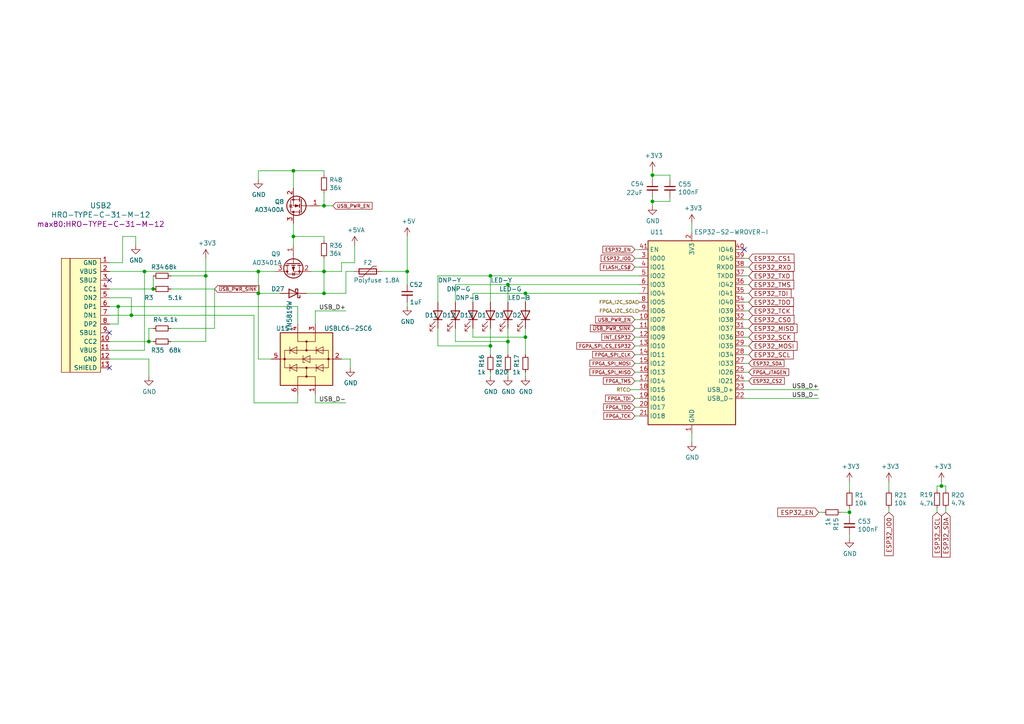
<source format=kicad_sch>
(kicad_sch (version 20211123) (generator eeschema)
  (paper "A4")
  (title_block (title "MAX80") (date "2021-02-22") (rev "0.01") (company "Peter o Per"))
  (lib_symbols
    (symbol "Device:C_Small" (pin_numbers hide) (pin_names (offset 0.254) hide)
      (property "Reference" "C" (at 0.254 1.778 0))
      (property "Value" "Device_C_Small" (at 0.254 -2.032 0))
      (symbol "C_Small_0_1"
        (polyline (pts (xy -1.524 -0.508) (xy 1.524 -0.508)) (stroke (width 0.3302)))
        (polyline (pts (xy -1.524 0.508) (xy 1.524 0.508)) (stroke (width 0.3048)))
      )
      (symbol "C_Small_1_1"
        (pin passive line (at 0 2.54 270) (length 2.032) (name "~") (number "1"))
        (pin passive line (at 0 -2.54 90) (length 2.032) (name "~") (number "2"))
      )
    )
    (symbol "Device:D_Schottky" (pin_numbers hide) (pin_names (offset 1.016) hide)
      (property "Reference" "D" (at 0 2.54 0))
      (property "Value" "Device_D_Schottky" (at 0 -2.54 0))
      (symbol "D_Schottky_0_1"
        (polyline (pts (xy 1.27 0) (xy -1.27 0)))
        (polyline (pts (xy 1.27 1.27) (xy 1.27 -1.27) (xy -1.27 0) (xy 1.27 1.27)) (stroke (width 0.254)))
        (polyline (pts (xy -1.905 0.635) (xy -1.905 1.27) (xy -1.27 1.27) (xy -1.27 -1.27) (xy -0.635 -1.27) (xy -0.635 -0.635)) (stroke (width 0.254)))
      )
      (symbol "D_Schottky_1_1"
        (pin passive line (at -3.81 0 0) (length 2.54) (name "K") (number "1"))
        (pin passive line (at 3.81 0 180) (length 2.54) (name "A") (number "2"))
      )
    )
    (symbol "Device:LED" (pin_numbers hide) (pin_names (offset 1.016) hide)
      (property "Reference" "D" (at 0 2.54 0))
      (property "Value" "Device_LED" (at 0 -2.54 0))
      (symbol "LED_0_1"
        (polyline (pts (xy -1.27 -1.27) (xy -1.27 1.27)) (stroke (width 0.254)))
        (polyline (pts (xy -1.27 0) (xy 1.27 0)))
        (polyline (pts (xy 1.27 -1.27) (xy 1.27 1.27) (xy -1.27 0) (xy 1.27 -1.27)) (stroke (width 0.254)))
        (polyline (pts (xy -3.048 -0.762) (xy -4.572 -2.286) (xy -3.81 -2.286) (xy -4.572 -2.286) (xy -4.572 -1.524)))
        (polyline (pts (xy -1.778 -0.762) (xy -3.302 -2.286) (xy -2.54 -2.286) (xy -3.302 -2.286) (xy -3.302 -1.524)))
      )
      (symbol "LED_1_1"
        (pin passive line (at -3.81 0 0) (length 2.54) (name "K") (number "1"))
        (pin passive line (at 3.81 0 180) (length 2.54) (name "A") (number "2"))
      )
    )
    (symbol "Device:Polyfuse" (pin_numbers hide) (pin_names (offset 0))
      (property "Reference" "F" (at -2.54 0 90))
      (property "Value" "Device_Polyfuse" (at 2.54 0 90))
      (symbol "Polyfuse_0_1"
        (rectangle (start -0.762 2.54) (end 0.762 -2.54) (stroke (width 0.254)))
        (polyline (pts (xy 0 2.54) (xy 0 -2.54)))
        (polyline (pts (xy -1.524 2.54) (xy -1.524 1.524) (xy 1.524 -1.524) (xy 1.524 -2.54)))
      )
      (symbol "Polyfuse_1_1"
        (pin passive line (at 0 3.81 270) (length 1.27) (name "~") (number "1"))
        (pin passive line (at 0 -3.81 90) (length 1.27) (name "~") (number "2"))
      )
    )
    (symbol "Device:R_Small" (pin_numbers hide) (pin_names (offset 0.254) hide)
      (property "Reference" "R" (at 0.762 0.508 0))
      (property "Value" "Device_R_Small" (at 0.762 -1.016 0))
      (symbol "R_Small_0_1"
        (rectangle (start -0.762 1.778) (end 0.762 -1.778) (stroke (width 0.2032)))
      )
      (symbol "R_Small_1_1"
        (pin passive line (at 0 2.54 270) (length 0.762) (name "~") (number "1"))
        (pin passive line (at 0 -2.54 90) (length 0.762) (name "~") (number "2"))
      )
    )
    (symbol "Power_Protection:USBLC6-2SC6" (pin_names hide)
      (property "Reference" "U" (at 2.54 8.89 0))
      (property "Value" "Power_Protection_USBLC6-2SC6" (at 2.54 -8.89 0))
      (symbol "USBLC6-2SC6_0_1"
        (rectangle (start -7.62 -7.62) (end 7.62 7.62) (stroke (width 0.254)) (fill (type background)))
        (circle (center -5.08 0) (radius 0.254) (fill (type outline)))
        (circle (center -2.54 0) (radius 0.254) (fill (type outline)))
        (rectangle (start -2.54 6.35) (end 2.54 -6.35))
        (circle (center 0 -6.35) (radius 0.254) (fill (type outline)))
        (polyline (pts (xy -5.08 -2.54) (xy -7.62 -2.54)))
        (polyline (pts (xy -5.08 0) (xy -5.08 -2.54)))
        (polyline (pts (xy -5.08 2.54) (xy -7.62 2.54)))
        (polyline (pts (xy -1.524 -2.794) (xy -3.556 -2.794)))
        (polyline (pts (xy -1.524 4.826) (xy -3.556 4.826)))
        (polyline (pts (xy 0 -7.62) (xy 0 -6.35)))
        (polyline (pts (xy 0 -6.35) (xy 0 1.27)))
        (polyline (pts (xy 0 1.27) (xy 0 6.35)))
        (polyline (pts (xy 0 6.35) (xy 0 7.62)))
        (polyline (pts (xy 1.524 -2.794) (xy 3.556 -2.794)))
        (polyline (pts (xy 1.524 4.826) (xy 3.556 4.826)))
        (polyline (pts (xy 5.08 -2.54) (xy 7.62 -2.54)))
        (polyline (pts (xy 5.08 0) (xy 5.08 -2.54)))
        (polyline (pts (xy 5.08 2.54) (xy 7.62 2.54)))
        (polyline (pts (xy -2.54 0) (xy -5.08 0) (xy -5.08 2.54)))
        (polyline (pts (xy 2.54 0) (xy 5.08 0) (xy 5.08 2.54)))
        (polyline (pts (xy -3.556 -4.826) (xy -1.524 -4.826) (xy -2.54 -2.794) (xy -3.556 -4.826)))
        (polyline (pts (xy -3.556 2.794) (xy -1.524 2.794) (xy -2.54 4.826) (xy -3.556 2.794)))
        (polyline (pts (xy -1.016 -1.016) (xy 1.016 -1.016) (xy 0 1.016) (xy -1.016 -1.016)))
        (polyline (pts (xy 1.016 1.016) (xy 0.762 1.016) (xy -1.016 1.016) (xy -1.016 0.508)))
        (polyline (pts (xy 3.556 -4.826) (xy 1.524 -4.826) (xy 2.54 -2.794) (xy 3.556 -4.826)))
        (polyline (pts (xy 3.556 2.794) (xy 1.524 2.794) (xy 2.54 4.826) (xy 3.556 2.794)))
        (circle (center 0 6.35) (radius 0.254) (fill (type outline)))
        (circle (center 2.54 0) (radius 0.254) (fill (type outline)))
        (circle (center 5.08 0) (radius 0.254) (fill (type outline)))
      )
      (symbol "USBLC6-2SC6_1_1"
        (pin passive line (at -10.16 -2.54 0) (length 2.54) (name "I/O1") (number "1"))
        (pin passive line (at 0 -10.16 90) (length 2.54) (name "GND") (number "2"))
        (pin passive line (at 10.16 -2.54 180) (length 2.54) (name "I/O2") (number "3"))
        (pin passive line (at 10.16 2.54 180) (length 2.54) (name "I/O2") (number "4"))
        (pin passive line (at 0 10.16 270) (length 2.54) (name "VBUS") (number "5"))
        (pin passive line (at -10.16 2.54 0) (length 2.54) (name "I/O1") (number "6"))
      )
    )
    (symbol "RF_Module:ESP32-S2-WROVER-I"
      (property "Reference" "U" (at -12.7 29.21 0))
      (property "Value" "RF_Module_ESP32-S2-WROVER-I" (at 2.54 29.21 0))
      (symbol "ESP32-S2-WROVER-I_0_1"
        (rectangle (start -12.7 27.94) (end 12.7 -25.4) (stroke (width 0.254)) (fill (type background)))
      )
      (symbol "ESP32-S2-WROVER-I_1_1"
        (pin power_in line (at 0 -27.94 90) (length 2.54) (name "GND") (number "1"))
        (pin bidirectional line (at -15.24 5.08 0) (length 2.54) (name "IO07") (number "10"))
        (pin bidirectional line (at -15.24 2.54 0) (length 2.54) (name "IO08") (number "11"))
        (pin bidirectional line (at -15.24 0 0) (length 2.54) (name "IO09") (number "12"))
        (pin bidirectional line (at -15.24 -2.54 0) (length 2.54) (name "IO10") (number "13"))
        (pin bidirectional line (at -15.24 -5.08 0) (length 2.54) (name "IO11") (number "14"))
        (pin bidirectional line (at -15.24 -7.62 0) (length 2.54) (name "IO12") (number "15"))
        (pin bidirectional line (at -15.24 -10.16 0) (length 2.54) (name "IO13") (number "16"))
        (pin bidirectional line (at -15.24 -12.7 0) (length 2.54) (name "IO14") (number "17"))
        (pin bidirectional line (at -15.24 -15.24 0) (length 2.54) (name "IO15") (number "18"))
        (pin bidirectional line (at -15.24 -17.78 0) (length 2.54) (name "IO16") (number "19"))
        (pin power_in line (at 0 30.48 270) (length 2.54) (name "3V3") (number "2"))
        (pin bidirectional line (at -15.24 -20.32 0) (length 2.54) (name "IO17") (number "20"))
        (pin bidirectional line (at -15.24 -22.86 0) (length 2.54) (name "IO18") (number "21"))
        (pin bidirectional line (at 15.24 -17.78 180) (length 2.54) (name "USB_D-") (number "22"))
        (pin bidirectional line (at 15.24 -15.24 180) (length 2.54) (name "USB_D+") (number "23"))
        (pin bidirectional line (at 15.24 -12.7 180) (length 2.54) (name "IO21") (number "24"))
        (pin bidirectional line (at 15.24 -10.16 180) (length 2.54) (name "IO26") (number "25"))
        (pin passive line (at 0 -27.94 90) (length 2.54) hide (name "GND") (number "26"))
        (pin bidirectional line (at 15.24 -7.62 180) (length 2.54) (name "IO33") (number "27"))
        (pin bidirectional line (at 15.24 -5.08 180) (length 2.54) (name "IO34") (number "28"))
        (pin bidirectional line (at 15.24 -2.54 180) (length 2.54) (name "IO35") (number "29"))
        (pin bidirectional line (at -15.24 22.86 0) (length 2.54) (name "IO00") (number "3"))
        (pin bidirectional line (at 15.24 0 180) (length 2.54) (name "IO36") (number "30"))
        (pin bidirectional line (at 15.24 2.54 180) (length 2.54) (name "IO37") (number "31"))
        (pin bidirectional line (at 15.24 5.08 180) (length 2.54) (name "IO38") (number "32"))
        (pin bidirectional line (at 15.24 7.62 180) (length 2.54) (name "IO39") (number "33"))
        (pin bidirectional line (at 15.24 10.16 180) (length 2.54) (name "IO40") (number "34"))
        (pin bidirectional line (at 15.24 12.7 180) (length 2.54) (name "IO41") (number "35"))
        (pin bidirectional line (at 15.24 15.24 180) (length 2.54) (name "IO42") (number "36"))
        (pin bidirectional line (at 15.24 17.78 180) (length 2.54) (name "TXD0") (number "37"))
        (pin bidirectional line (at 15.24 20.32 180) (length 2.54) (name "RXD0") (number "38"))
        (pin bidirectional line (at 15.24 22.86 180) (length 2.54) (name "IO45") (number "39"))
        (pin bidirectional line (at -15.24 20.32 0) (length 2.54) (name "IO01") (number "4"))
        (pin input line (at 15.24 25.4 180) (length 2.54) (name "IO46") (number "40"))
        (pin input line (at -15.24 25.4 0) (length 2.54) (name "EN") (number "41"))
        (pin passive line (at 0 -27.94 90) (length 2.54) hide (name "GND") (number "42"))
        (pin passive line (at 0 -27.94 90) (length 2.54) hide (name "GND") (number "43"))
        (pin bidirectional line (at -15.24 17.78 0) (length 2.54) (name "IO02") (number "5"))
        (pin bidirectional line (at -15.24 15.24 0) (length 2.54) (name "IO03") (number "6"))
        (pin bidirectional line (at -15.24 12.7 0) (length 2.54) (name "IO04") (number "7"))
        (pin bidirectional line (at -15.24 10.16 0) (length 2.54) (name "IO05") (number "8"))
        (pin bidirectional line (at -15.24 7.62 0) (length 2.54) (name "IO06") (number "9"))
      )
    )
    (symbol "Transistor_FET:AO3400A" (pin_names hide)
      (property "Reference" "Q" (at 5.08 1.905 0))
      (property "Value" "Transistor_FET_AO3400A" (at 5.08 0 0))
      (symbol "AO3400A_0_1"
        (polyline (pts (xy 0.254 0) (xy -2.54 0)))
        (polyline (pts (xy 0.254 1.905) (xy 0.254 -1.905)) (stroke (width 0.254)))
        (polyline (pts (xy 0.762 -1.27) (xy 0.762 -2.286)) (stroke (width 0.254)))
        (polyline (pts (xy 0.762 0.508) (xy 0.762 -0.508)) (stroke (width 0.254)))
        (polyline (pts (xy 0.762 2.286) (xy 0.762 1.27)) (stroke (width 0.254)))
        (polyline (pts (xy 2.54 2.54) (xy 2.54 1.778)))
        (polyline (pts (xy 2.54 -2.54) (xy 2.54 0) (xy 0.762 0)))
        (polyline (pts (xy 0.762 -1.778) (xy 3.302 -1.778) (xy 3.302 1.778) (xy 0.762 1.778)))
        (polyline (pts (xy 1.016 0) (xy 2.032 0.381) (xy 2.032 -0.381) (xy 1.016 0)) (fill (type outline)))
        (polyline (pts (xy 2.794 0.508) (xy 2.921 0.381) (xy 3.683 0.381) (xy 3.81 0.254)))
        (polyline (pts (xy 3.302 0.381) (xy 2.921 -0.254) (xy 3.683 -0.254) (xy 3.302 0.381)))
        (circle (center 1.651 0) (radius 2.794) (stroke (width 0.254)))
        (circle (center 2.54 -1.778) (radius 0.254) (fill (type outline)))
        (circle (center 2.54 1.778) (radius 0.254) (fill (type outline)))
      )
      (symbol "AO3400A_1_1"
        (pin input line (at -5.08 0 0) (length 2.54) (name "G") (number "1"))
        (pin passive line (at 2.54 -5.08 90) (length 2.54) (name "S") (number "2"))
        (pin passive line (at 2.54 5.08 270) (length 2.54) (name "D") (number "3"))
      )
    )
    (symbol "Transistor_FET:AO3401A" (pin_names hide)
      (property "Reference" "Q" (at 5.08 1.905 0))
      (property "Value" "Transistor_FET_AO3401A" (at 5.08 0 0))
      (symbol "AO3401A_0_1"
        (polyline (pts (xy 0.254 0) (xy -2.54 0)))
        (polyline (pts (xy 0.254 1.905) (xy 0.254 -1.905)) (stroke (width 0.254)))
        (polyline (pts (xy 0.762 -1.27) (xy 0.762 -2.286)) (stroke (width 0.254)))
        (polyline (pts (xy 0.762 0.508) (xy 0.762 -0.508)) (stroke (width 0.254)))
        (polyline (pts (xy 0.762 2.286) (xy 0.762 1.27)) (stroke (width 0.254)))
        (polyline (pts (xy 2.54 2.54) (xy 2.54 1.778)))
        (polyline (pts (xy 2.54 -2.54) (xy 2.54 0) (xy 0.762 0)))
        (polyline (pts (xy 0.762 1.778) (xy 3.302 1.778) (xy 3.302 -1.778) (xy 0.762 -1.778)))
        (polyline (pts (xy 2.286 0) (xy 1.27 0.381) (xy 1.27 -0.381) (xy 2.286 0)) (fill (type outline)))
        (polyline (pts (xy 2.794 -0.508) (xy 2.921 -0.381) (xy 3.683 -0.381) (xy 3.81 -0.254)))
        (polyline (pts (xy 3.302 -0.381) (xy 2.921 0.254) (xy 3.683 0.254) (xy 3.302 -0.381)))
        (circle (center 1.651 0) (radius 2.794) (stroke (width 0.254)))
        (circle (center 2.54 -1.778) (radius 0.254) (fill (type outline)))
        (circle (center 2.54 1.778) (radius 0.254) (fill (type outline)))
      )
      (symbol "AO3401A_1_1"
        (pin input line (at -5.08 0 0) (length 2.54) (name "G") (number "1"))
        (pin passive line (at 2.54 -5.08 90) (length 2.54) (name "S") (number "2"))
        (pin passive line (at 2.54 5.08 270) (length 2.54) (name "D") (number "3"))
      )
    )
    (symbol "max80:HRO-TYPE-C-31-M-12" (pin_names (offset 1.016))
      (property "Reference" "USB" (at -5.08 16.51 0))
      (property "Value" "HRO-TYPE-C-31-M-12" (at -10.16 -1.27 90))
      (symbol "HRO-TYPE-C-31-M-12_0_1"
        (rectangle (start -11.43 15.24) (end -8.89 -17.78) (fill (type background)))
        (rectangle (start 0 -17.78) (end -8.89 15.24) (fill (type background)))
      )
      (symbol "HRO-TYPE-C-31-M-12_1_1"
        (pin input line (at 2.54 13.97 180) (length 2.54) (name "GND") (number "1"))
        (pin input line (at 2.54 -8.89 180) (length 2.54) (name "CC2") (number "10"))
        (pin input line (at 2.54 -11.43 180) (length 2.54) (name "VBUS") (number "11"))
        (pin input line (at 2.54 -13.97 180) (length 2.54) (name "GND") (number "12"))
        (pin input line (at 2.54 -16.51 180) (length 2.54) (name "SHIELD") (number "13"))
        (pin input line (at 2.54 11.43 180) (length 2.54) (name "VBUS") (number "2"))
        (pin input line (at 2.54 8.89 180) (length 2.54) (name "SBU2") (number "3"))
        (pin input line (at 2.54 6.35 180) (length 2.54) (name "CC1") (number "4"))
        (pin input line (at 2.54 3.81 180) (length 2.54) (name "DN2") (number "5"))
        (pin input line (at 2.54 1.27 180) (length 2.54) (name "DP1") (number "6"))
        (pin input line (at 2.54 -1.27 180) (length 2.54) (name "DN1") (number "7"))
        (pin input line (at 2.54 -3.81 180) (length 2.54) (name "DP2") (number "8"))
        (pin input line (at 2.54 -6.35 180) (length 2.54) (name "SBU1") (number "9"))
      )
    )
    (symbol "power:+3V3" (power) (pin_names (offset 0))
      (property "Value" "power_+3V3" (at 0 3.556 0))
      (symbol "+3V3_0_1"
        (polyline (pts (xy -0.762 1.27) (xy 0 2.54)))
        (polyline (pts (xy 0 0) (xy 0 2.54)))
        (polyline (pts (xy 0 2.54) (xy 0.762 1.27)))
      )
      (symbol "+3V3_1_1"
        (pin power_in line (at 0 0 90) (length 0) hide (name "+3V3") (number "1"))
      )
    )
    (symbol "power:+5V" (power) (pin_names (offset 0))
      (property "Value" "power_+5V" (at 0 3.556 0))
      (symbol "+5V_0_1"
        (polyline (pts (xy -0.762 1.27) (xy 0 2.54)))
        (polyline (pts (xy 0 0) (xy 0 2.54)))
        (polyline (pts (xy 0 2.54) (xy 0.762 1.27)))
      )
      (symbol "+5V_1_1"
        (pin power_in line (at 0 0 90) (length 0) hide (name "+5V") (number "1"))
      )
    )
    (symbol "power:+5VA" (power) (pin_names (offset 0))
      (property "Value" "power_+5VA" (at 0 3.556 0))
      (symbol "+5VA_0_1"
        (polyline (pts (xy -0.762 1.27) (xy 0 2.54)))
        (polyline (pts (xy 0 0) (xy 0 2.54)))
        (polyline (pts (xy 0 2.54) (xy 0.762 1.27)))
      )
      (symbol "+5VA_1_1"
        (pin power_in line (at 0 0 90) (length 0) hide (name "+5VA") (number "1"))
      )
    )
    (symbol "power:GND" (power) (pin_names (offset 0))
      (property "Value" "power_GND" (at 0 -3.81 0))
      (symbol "GND_0_1"
        (polyline (pts (xy 0 0) (xy 0 -1.27) (xy 1.27 -1.27) (xy 0 -2.54) (xy -1.27 -1.27) (xy 0 -1.27)))
      )
      (symbol "GND_1_1"
        (pin power_in line (at 0 0 270) (length 0) hide (name "GND") (number "1"))
      )
    )
  )
  (junction (at 85.09 49.53))
  (junction (at 246.38 148.59))
  (junction (at 93.98 59.69))
  (junction (at 93.98 85.09))
  (junction (at 74.93 78.74))
  (junction (at 189.23 50.8))
  (junction (at 44.45 83.82))
  (junction (at 38.1 91.44))
  (junction (at 118.11 78.74))
  (junction (at 74.93 85.09))
  (junction (at 41.91 78.74))
  (junction (at 152.4 85.09))
  (junction (at 273.05 140.97))
  (junction (at 59.69 80.01))
  (junction (at 147.32 99.06))
  (junction (at 34.29 88.9))
  (junction (at 43.18 99.06))
  (junction (at 147.32 82.55))
  (junction (at 85.09 68.58))
  (junction (at 152.4 97.79))
  (junction (at 142.24 100.33))
  (junction (at 189.23 58.42))
  (junction (at 142.24 80.01))
  (junction (at 93.98 78.74))
  (no_connect (at 31.75 96.52))
  (no_connect (at 31.75 106.68))
  (no_connect (at 215.9 72.39))
  (no_connect (at 31.75 81.28))
  (wire (pts (xy 185.42 100.33) (xy 184.15 100.33)))
  (wire (pts (xy 152.4 95.25) (xy 152.4 97.79)))
  (wire (pts (xy 86.36 88.9) (xy 86.36 93.98)))
  (wire (pts (xy 85.09 68.58) (xy 93.98 68.58)))
  (wire (pts (xy 184.15 120.65) (xy 185.42 120.65)))
  (wire (pts (xy 142.24 80.01) (xy 185.42 80.01)))
  (wire (pts (xy 273.05 140.97) (xy 274.32 140.97)))
  (wire (pts (xy 93.98 85.09) (xy 100.33 85.09)))
  (wire (pts (xy 246.38 147.32) (xy 246.38 148.59)))
  (wire (pts (xy 31.75 86.36) (xy 38.1 86.36)))
  (wire (pts (xy 127 87.63) (xy 127 80.01)))
  (wire (pts (xy 93.98 49.53) (xy 93.98 50.8)))
  (wire (pts (xy 127 95.25) (xy 127 100.33)))
  (wire (pts (xy 147.32 99.06) (xy 147.32 95.25)))
  (wire (pts (xy 99.06 104.14) (xy 101.6 104.14)))
  (wire (pts (xy 38.1 86.36) (xy 38.1 91.44)))
  (wire (pts (xy 44.45 80.01) (xy 44.45 83.82)))
  (wire (pts (xy 127 100.33) (xy 142.24 100.33)))
  (wire (pts (xy 41.91 101.6) (xy 41.91 78.74)))
  (wire (pts (xy 132.08 95.25) (xy 132.08 99.06)))
  (wire (pts (xy 92.71 59.69) (xy 93.98 59.69)))
  (wire (pts (xy 200.66 64.77) (xy 200.66 67.31)))
  (wire (pts (xy 62.23 95.25) (xy 49.53 95.25)))
  (wire (pts (xy 184.15 74.93) (xy 185.42 74.93)))
  (wire (pts (xy 91.44 116.84) (xy 91.44 114.3)))
  (wire (pts (xy 93.98 68.58) (xy 93.98 69.85)))
  (wire (pts (xy 93.98 78.74) (xy 93.98 85.09)))
  (wire (pts (xy 93.98 59.69) (xy 96.52 59.69)))
  (wire (pts (xy 215.9 77.47) (xy 217.17 77.47)))
  (wire (pts (xy 152.4 85.09) (xy 152.4 87.63)))
  (wire (pts (xy 152.4 85.09) (xy 185.42 85.09)))
  (wire (pts (xy 142.24 95.25) (xy 142.24 100.33)))
  (wire (pts (xy 38.1 91.44) (xy 73.66 91.44)))
  (wire (pts (xy 118.11 68.58) (xy 118.11 78.74)))
  (wire (pts (xy 31.75 101.6) (xy 41.91 101.6)))
  (wire (pts (xy 99.06 78.74) (xy 99.06 76.2)))
  (wire (pts (xy 185.42 110.49) (xy 184.15 110.49)))
  (wire (pts (xy 147.32 99.06) (xy 147.32 102.87)))
  (wire (pts (xy 90.17 78.74) (xy 93.98 78.74)))
  (wire (pts (xy 152.4 107.95) (xy 152.4 109.22)))
  (wire (pts (xy 31.75 91.44) (xy 38.1 91.44)))
  (wire (pts (xy 31.75 76.2) (xy 35.56 76.2)))
  (wire (pts (xy 132.08 82.55) (xy 147.32 82.55)))
  (wire (pts (xy 274.32 147.32) (xy 274.32 148.59)))
  (wire (pts (xy 274.32 140.97) (xy 274.32 142.24)))
  (wire (pts (xy 41.91 78.74) (xy 74.93 78.74)))
  (wire (pts (xy 59.69 80.01) (xy 59.69 74.93)))
  (wire (pts (xy 31.75 93.98) (xy 34.29 93.98)))
  (wire (pts (xy 85.09 49.53) (xy 93.98 49.53)))
  (wire (pts (xy 73.66 116.84) (xy 86.36 116.84)))
  (wire (pts (xy 185.42 105.41) (xy 184.15 105.41)))
  (wire (pts (xy 34.29 88.9) (xy 86.36 88.9)))
  (wire (pts (xy 35.56 68.58) (xy 39.37 68.58)))
  (wire (pts (xy 110.49 78.74) (xy 118.11 78.74)))
  (wire (pts (xy 147.32 82.55) (xy 185.42 82.55)))
  (wire (pts (xy 74.93 85.09) (xy 81.28 85.09)))
  (wire (pts (xy 118.11 87.63) (xy 118.11 88.9)))
  (wire (pts (xy 93.98 85.09) (xy 88.9 85.09)))
  (wire (pts (xy 49.53 80.01) (xy 59.69 80.01)))
  (wire (pts (xy 85.09 71.12) (xy 85.09 68.58)))
  (wire (pts (xy 93.98 78.74) (xy 99.06 78.74)))
  (wire (pts (xy 152.4 85.09) (xy 137.16 85.09)))
  (wire (pts (xy 189.23 58.42) (xy 194.31 58.42)))
  (wire (pts (xy 271.78 142.24) (xy 271.78 140.97)))
  (wire (pts (xy 271.78 140.97) (xy 273.05 140.97)))
  (wire (pts (xy 74.93 52.07) (xy 74.93 49.53)))
  (wire (pts (xy 59.69 99.06) (xy 59.69 80.01)))
  (wire (pts (xy 215.9 95.25) (xy 217.17 95.25)))
  (wire (pts (xy 43.18 99.06) (xy 44.45 99.06)))
  (wire (pts (xy 243.84 148.59) (xy 246.38 148.59)))
  (wire (pts (xy 194.31 58.42) (xy 194.31 57.15)))
  (wire (pts (xy 246.38 154.94) (xy 246.38 156.21)))
  (wire (pts (xy 100.33 85.09) (xy 100.33 78.74)))
  (wire (pts (xy 34.29 93.98) (xy 34.29 88.9)))
  (wire (pts (xy 31.75 99.06) (xy 43.18 99.06)))
  (wire (pts (xy 39.37 68.58) (xy 39.37 71.12)))
  (wire (pts (xy 215.9 90.17) (xy 217.17 90.17)))
  (wire (pts (xy 142.24 100.33) (xy 142.24 102.87)))
  (wire (pts (xy 184.15 118.11) (xy 185.42 118.11)))
  (wire (pts (xy 93.98 59.69) (xy 93.98 55.88)))
  (wire (pts (xy 35.56 76.2) (xy 35.56 68.58)))
  (wire (pts (xy 194.31 50.8) (xy 194.31 52.07)))
  (wire (pts (xy 118.11 78.74) (xy 118.11 82.55)))
  (wire (pts (xy 189.23 49.53) (xy 189.23 50.8)))
  (wire (pts (xy 257.81 139.7) (xy 257.81 142.24)))
  (wire (pts (xy 215.9 110.49) (xy 217.17 110.49)))
  (wire (pts (xy 43.18 99.06) (xy 43.18 95.25)))
  (wire (pts (xy 137.16 85.09) (xy 137.16 87.63)))
  (wire (pts (xy 215.9 105.41) (xy 217.17 105.41)))
  (wire (pts (xy 215.9 92.71) (xy 217.17 92.71)))
  (wire (pts (xy 273.05 139.7) (xy 273.05 140.97)))
  (wire (pts (xy 73.66 91.44) (xy 73.66 116.84)))
  (wire (pts (xy 215.9 74.93) (xy 217.17 74.93)))
  (wire (pts (xy 93.98 74.93) (xy 93.98 78.74)))
  (wire (pts (xy 74.93 85.09) (xy 74.93 104.14)))
  (wire (pts (xy 85.09 54.61) (xy 85.09 49.53)))
  (wire (pts (xy 31.75 104.14) (xy 43.18 104.14)))
  (wire (pts (xy 43.18 104.14) (xy 43.18 109.22)))
  (wire (pts (xy 74.93 78.74) (xy 74.93 85.09)))
  (wire (pts (xy 147.32 107.95) (xy 147.32 109.22)))
  (wire (pts (xy 184.15 107.95) (xy 185.42 107.95)))
  (wire (pts (xy 237.49 148.59) (xy 238.76 148.59)))
  (wire (pts (xy 200.66 125.73) (xy 200.66 128.27)))
  (wire (pts (xy 86.36 116.84) (xy 86.36 114.3)))
  (wire (pts (xy 257.81 147.32) (xy 257.81 148.59)))
  (wire (pts (xy 215.9 87.63) (xy 217.17 87.63)))
  (wire (pts (xy 49.53 99.06) (xy 59.69 99.06)))
  (wire (pts (xy 184.15 115.57) (xy 185.42 115.57)))
  (wire (pts (xy 215.9 80.01) (xy 217.17 80.01)))
  (wire (pts (xy 101.6 104.14) (xy 101.6 106.68)))
  (wire (pts (xy 132.08 99.06) (xy 147.32 99.06)))
  (wire (pts (xy 271.78 147.32) (xy 271.78 148.59)))
  (wire (pts (xy 142.24 107.95) (xy 142.24 109.22)))
  (wire (pts (xy 152.4 97.79) (xy 152.4 102.87)))
  (wire (pts (xy 85.09 68.58) (xy 85.09 64.77)))
  (wire (pts (xy 184.15 72.39) (xy 185.42 72.39)))
  (wire (pts (xy 132.08 87.63) (xy 132.08 82.55)))
  (wire (pts (xy 184.15 92.71) (xy 185.42 92.71)))
  (wire (pts (xy 184.15 95.25) (xy 185.42 95.25)))
  (wire (pts (xy 49.53 83.82) (xy 62.23 83.82)))
  (wire (pts (xy 31.75 88.9) (xy 34.29 88.9)))
  (wire (pts (xy 184.15 97.79) (xy 185.42 97.79)))
  (wire (pts (xy 189.23 58.42) (xy 189.23 59.69)))
  (wire (pts (xy 215.9 102.87) (xy 217.17 102.87)))
  (wire (pts (xy 215.9 100.33) (xy 217.17 100.33)))
  (wire (pts (xy 215.9 113.03) (xy 237.49 113.03)))
  (wire (pts (xy 246.38 139.7) (xy 246.38 142.24)))
  (wire (pts (xy 182.88 113.03) (xy 185.42 113.03)))
  (wire (pts (xy 137.16 95.25) (xy 137.16 97.79)))
  (wire (pts (xy 142.24 80.01) (xy 142.24 87.63)))
  (wire (pts (xy 215.9 82.55) (xy 217.17 82.55)))
  (wire (pts (xy 99.06 76.2) (xy 102.87 76.2)))
  (wire (pts (xy 189.23 50.8) (xy 189.23 52.07)))
  (wire (pts (xy 215.9 97.79) (xy 217.17 97.79)))
  (wire (pts (xy 100.33 78.74) (xy 102.87 78.74)))
  (wire (pts (xy 184.15 77.47) (xy 185.42 77.47)))
  (wire (pts (xy 31.75 78.74) (xy 41.91 78.74)))
  (wire (pts (xy 215.9 115.57) (xy 237.49 115.57)))
  (wire (pts (xy 91.44 116.84) (xy 100.33 116.84)))
  (wire (pts (xy 189.23 50.8) (xy 194.31 50.8)))
  (wire (pts (xy 43.18 95.25) (xy 44.45 95.25)))
  (wire (pts (xy 127 80.01) (xy 142.24 80.01)))
  (wire (pts (xy 189.23 57.15) (xy 189.23 58.42)))
  (wire (pts (xy 184.15 102.87) (xy 185.42 102.87)))
  (wire (pts (xy 91.44 90.17) (xy 100.33 90.17)))
  (wire (pts (xy 215.9 85.09) (xy 217.17 85.09)))
  (wire (pts (xy 62.23 83.82) (xy 62.23 95.25)))
  (wire (pts (xy 102.87 76.2) (xy 102.87 71.12)))
  (wire (pts (xy 74.93 49.53) (xy 85.09 49.53)))
  (wire (pts (xy 246.38 148.59) (xy 246.38 149.86)))
  (wire (pts (xy 91.44 93.98) (xy 91.44 90.17)))
  (wire (pts (xy 215.9 107.95) (xy 217.17 107.95)))
  (wire (pts (xy 137.16 97.79) (xy 152.4 97.79)))
  (wire (pts (xy 31.75 83.82) (xy 44.45 83.82)))
  (wire (pts (xy 147.32 82.55) (xy 147.32 87.63)))
  (wire (pts (xy 74.93 104.14) (xy 78.74 104.14)))
  (wire (pts (xy 74.93 78.74) (xy 80.01 78.74)))
  (label "USB_D+" (at 237.49 113.03 180))
  (label "USB_D+" (at 100.33 90.17 180))
  (label "USB_D-" (at 237.49 115.57 180))
  (label "USB_D-" (at 100.33 116.84 180))
  (global_label "ESP32_MISO" (shape input) (at 217.17 95.25 0) (property "Intersheet References" "${INTERSHEET_REFS}" (effects hide)))
  (global_label "ESP32_EN" (shape input) (at 184.15 72.39 180) (effects (font (size 0.9906 0.9906))) (property "Intersheet References" "${INTERSHEET_REFS}" (effects hide)))
  (global_label "ESP32_TCK" (shape input) (at 217.17 90.17 0) (property "Intersheet References" "${INTERSHEET_REFS}" (effects hide)))
  (global_label "FLASH_CS#" (shape input) (at 184.15 77.47 180) (effects (font (size 0.9906 0.9906))) (property "Intersheet References" "${INTERSHEET_REFS}" (effects hide)))
  (global_label "ESP32_CS1" (shape input) (at 217.17 74.93 0) (property "Intersheet References" "${INTERSHEET_REFS}" (effects hide)))
  (global_label "ESP32_TDI" (shape input) (at 217.17 85.09 0) (property "Intersheet References" "${INTERSHEET_REFS}" (effects hide)))
  (global_label "ESP32_TXD" (shape input) (at 217.17 80.01 0) (property "Intersheet References" "${INTERSHEET_REFS}" (effects hide)))
  (global_label "ESP32_TDO" (shape input) (at 217.17 87.63 0) (property "Intersheet References" "${INTERSHEET_REFS}" (effects hide)))
  (global_label "FPGA_TDO" (shape input) (at 184.15 118.11 180) (effects (font (size 0.9906 0.9906))) (property "Intersheet References" "${INTERSHEET_REFS}" (effects hide)))
  (global_label "FPGA_JTAGEN" (shape input) (at 217.17 107.95 0) (effects (font (size 0.9906 0.9906))) (property "Intersheet References" "${INTERSHEET_REFS}" (effects hide)))
  (global_label "FPGA_SPI_MOSI" (shape input) (at 184.15 105.41 180) (effects (font (size 0.9906 0.9906))) (property "Intersheet References" "${INTERSHEET_REFS}" (effects hide)))
  (global_label "ESP32_TMS" (shape input) (at 217.17 82.55 0) (property "Intersheet References" "${INTERSHEET_REFS}" (effects hide)))
  (global_label "ESP32_SDA" (shape input) (at 274.32 148.59 270) (property "Intersheet References" "${INTERSHEET_REFS}" (effects hide)))
  (global_label "ESP32_IO0" (shape input) (at 257.81 148.59 270) (property "Intersheet References" "${INTERSHEET_REFS}" (effects hide)))
  (global_label "ESP32_EN" (shape input) (at 237.49 148.59 180) (property "Intersheet References" "${INTERSHEET_REFS}" (effects hide)))
  (global_label "ESP32_SCL" (shape input) (at 217.17 102.87 0) (property "Intersheet References" "${INTERSHEET_REFS}" (effects hide)))
  (global_label "FGPA_SPI_CS_ESP32" (shape input) (at 184.15 100.33 180) (effects (font (size 0.9906 0.9906))) (property "Intersheet References" "${INTERSHEET_REFS}" (effects hide)))
  (global_label "ESP32_MOSI" (shape input) (at 217.17 100.33 0) (property "Intersheet References" "${INTERSHEET_REFS}" (effects hide)))
  (global_label "ESP32_RXD" (shape input) (at 217.17 77.47 0) (property "Intersheet References" "${INTERSHEET_REFS}" (effects hide)))
  (global_label "ESP32_CS0" (shape input) (at 217.17 92.71 0) (property "Intersheet References" "${INTERSHEET_REFS}" (effects hide)))
  (global_label "ESP32_CS2" (shape input) (at 217.17 110.49 0) (effects (font (size 1 1))) (property "Intersheet References" "${INTERSHEET_REFS}" (effects hide)))
  (global_label "INT_ESP32" (shape input) (at 184.15 97.79 180) (effects (font (size 0.9906 0.9906))) (property "Intersheet References" "${INTERSHEET_REFS}" (effects hide)))
  (global_label "FPGA_SPI_CLK" (shape input) (at 184.15 102.87 180) (effects (font (size 0.9906 0.9906))) (property "Intersheet References" "${INTERSHEET_REFS}" (effects hide)))
  (global_label "ESP32_SDA" (shape input) (at 217.17 105.41 0) (effects (font (size 1 1))) (property "Intersheet References" "${INTERSHEET_REFS}" (effects hide)))
  (global_label "ESP32_SCK" (shape input) (at 217.17 97.79 0) (property "Intersheet References" "${INTERSHEET_REFS}" (effects hide)))
  (global_label "FPGA_TMS" (shape input) (at 184.15 110.49 180) (effects (font (size 0.9906 0.9906))) (property "Intersheet References" "${INTERSHEET_REFS}" (effects hide)))
  (global_label "USB_PWR_EN" (shape input) (at 184.15 92.71 180) (effects (font (size 0.9906 0.9906))) (property "Intersheet References" "${INTERSHEET_REFS}" (effects hide)))
  (global_label "ESP32_SCL" (shape input) (at 271.78 148.59 270) (property "Intersheet References" "${INTERSHEET_REFS}" (effects hide)))
  (global_label "FPGA_TDI" (shape input) (at 184.15 115.57 180) (effects (font (size 0.9906 0.9906))) (property "Intersheet References" "${INTERSHEET_REFS}" (effects hide)))
  (global_label "FPGA_TCK" (shape input) (at 184.15 120.65 180) (effects (font (size 0.9906 0.9906))) (property "Intersheet References" "${INTERSHEET_REFS}" (effects hide)))
  (global_label "~{USB_PWR_SINK}" (shape input) (at 184.15 95.25 180) (effects (font (size 0.9906 0.9906))) (property "Intersheet References" "${INTERSHEET_REFS}" (effects hide)))
  (global_label "~{USB_PWR_SINK}" (shape input) (at 62.23 83.82 0) (effects (font (size 0.9906 0.9906))) (property "Intersheet References" "${INTERSHEET_REFS}" (effects hide)))
  (global_label "FPGA_SPI_MISO" (shape input) (at 184.15 107.95 180) (effects (font (size 0.9906 0.9906))) (property "Intersheet References" "${INTERSHEET_REFS}" (effects hide)))
  (global_label "USB_PWR_EN" (shape input) (at 96.52 59.69 0) (effects (font (size 0.9906 0.9906))) (property "Intersheet References" "${INTERSHEET_REFS}" (effects hide)))
  (global_label "ESP32_IO0" (shape input) (at 184.15 74.93 180) (effects (font (size 0.9906 0.9906))) (property "Intersheet References" "${INTERSHEET_REFS}" (effects hide)))
  (hierarchical_label "FPGA_I2C_SCL" (shape input) (at 185.42 90.17 180) (effects (font (size 0.9906 0.9906))))
  (hierarchical_label "FPGA_I2C_SDA" (shape input) (at 185.42 87.63 180) (effects (font (size 0.9906 0.9906))))
  (hierarchical_label "RTC" (shape input) (at 182.88 113.03 180) (effects (font (size 1 1))))
  (symbol (lib_id "power:GND") (at 43.18 109.22 0) (unit 1)
    (property "Reference" "#PWR0136" (effects hide))
    (property "Value" "GND" (at 43.307 113.6142 0))
  )
  (symbol (lib_id "Device:R_Small") (at 46.99 95.25 270) (unit 1)
    (property "Reference" "R4" (at 45.72 92.71 90))
    (property "Value" "5.1k" (at 49.53 92.71 90))
    (property "Footprint" "Resistor_SMD:R_0402_1005Metric" (effects hide))
    (property "LCSC" "C25905" (effects hide))
  )
  (symbol (lib_id "Device:C_Small") (at 118.11 85.09 0) (mirror y) (unit 1)
    (property "Reference" "C52" (at 120.65 82.55 0))
    (property "Value" "1uF" (at 120.65 87.63 0))
    (property "Footprint" "Capacitor_SMD:C_0805_2012Metric" (effects hide))
    (property "LCSC" "C28323" (effects hide))
  )
  (symbol (lib_id "Device:D_Schottky") (at 85.09 85.09 180) (unit 1)
    (property "Reference" "D27" (at 82.55 83.82 0) (effects (justify left)))
    (property "Value" "1N5819W" (at 83.947 87.122 90) (effects (justify left)))
    (property "Footprint" "Diode_SMD:D_SOD-123" (effects hide))
    (property "LCSC" "C963381" (effects hide))
  )
  (symbol (lib_id "power:+5V") (at 118.11 68.58 0) (unit 1)
    (property "Reference" "#PWR0161" (effects hide))
    (property "Value" "+5V" (at 118.491 64.1858 0))
  )
  (symbol (lib_id "power:+3V3") (at 246.38 139.7 0) (unit 1)
    (property "Reference" "#PWR0175" (effects hide))
    (property "Value" "+3V3" (at 246.761 135.3058 0))
  )
  (symbol (lib_id "Device:R_Small") (at 246.38 144.78 0) (unit 1)
    (property "Reference" "R1" (at 247.8786 143.6116 0) (effects (justify left)))
    (property "Value" "10k" (at 247.8786 145.923 0) (effects (justify left)))
    (property "Footprint" "Resistor_SMD:R_0402_1005Metric" (effects hide))
    (property "LCSC" "C25744" (effects hide))
  )
  (symbol (lib_id "RF_Module:ESP32-S2-WROVER-I") (at 200.66 97.79 0) (unit 1)
    (property "Reference" "U11" (at 190.5 67.31 0))
    (property "Value" "ESP32-S2-WROVER-I" (at 212.09 67.31 0))
    (property "Footprint" "max80:ESP32-S2-WROVER" (effects hide))
    (property "Datasheet" "https://www.espressif.com/sites/default/files/documentation/esp32-s2-wroom_esp32-s2-wroom-i_datasheet_en.pdf" (effects hide))
    (property "LCSC" "C967028" (effects hide))
  )
  (symbol (lib_id "Device:Polyfuse") (at 106.68 78.74 270) (unit 1)
    (property "Reference" "F2" (at 106.68 76.2 90))
    (property "Value" "Polyfuse 1.8A" (at 109.22 81.28 90))
    (property "Footprint" "max80:Fuse_1206_3216Metric" (effects hide))
    (property "Datasheet" "https://datasheet.lcsc.com/szlcsc/1811141110_TECHFUSE-nSMD020-30V_C69680.pdf" (effects hide))
    (property "LCSC" "C70082" (effects hide))
  )
  (symbol (lib_id "max80:HRO-TYPE-C-31-M-12") (at 29.21 90.17 0) (unit 1)
    (property "Reference" "USB2" (at 29.21 59.6138 0) (effects (font (size 1.524 1.524))))
    (property "Value" "HRO-TYPE-C-31-M-12" (at 29.21 62.3062 0) (effects (font (size 1.524 1.524))))
    (property "Footprint" "max80:HRO-TYPE-C-31-M-12" (at 29.21 64.9986 0) (effects (font (size 1.524 1.524))))
    (property "Datasheet" "https://datasheet.lcsc.com/szlcsc/1811131825_Korean-Hroparts-Elec-TYPE-C-31-M-12_C165948.pdf" (effects hide))
    (property "LCSC" "C165948" (effects hide))
  )
  (symbol (lib_id "power:GND") (at 118.11 88.9 0) (unit 1)
    (property "Reference" "#PWR0140" (effects hide))
    (property "Value" "GND" (at 118.237 93.2942 0))
  )
  (symbol (lib_id "Power_Protection:USBLC6-2SC6") (at 88.9 104.14 90) (unit 1)
    (property "Reference" "U15" (at 80.01 95.25 90) (effects (justify right)))
    (property "Value" "USBLC6-2SC6" (at 93.98 95.25 90) (effects (justify right)))
    (property "Footprint" "Package_TO_SOT_SMD:SOT-23-6" (effects hide))
    (property "LCSC" "C7519" (effects hide))
  )
  (symbol (lib_id "power:GND") (at 101.6 106.68 0) (unit 1)
    (property "Reference" "#PWR0141" (effects hide))
    (property "Value" "GND" (at 101.727 111.0742 0))
  )
  (symbol (lib_id "Device:R_Small") (at 46.99 83.82 270) (unit 1)
    (property "Reference" "R3" (at 43.18 86.36 90))
    (property "Value" "5.1k" (at 50.8 86.36 90))
    (property "Footprint" "Resistor_SMD:R_0402_1005Metric" (effects hide))
    (property "LCSC" "C25905" (effects hide))
  )
  (symbol (lib_id "power:GND") (at 200.66 128.27 0) (unit 1)
    (property "Reference" "#PWR010" (effects hide))
    (property "Value" "GND" (at 200.787 132.6642 0))
  )
  (symbol (lib_id "power:+3V3") (at 200.66 64.77 0) (unit 1)
    (property "Reference" "#PWR09" (effects hide))
    (property "Value" "+3V3" (at 201.041 60.3758 0))
  )
  (symbol (lib_id "Device:C_Small") (at 189.23 54.61 0) (unit 1)
    (property "Reference" "C54" (at 182.88 53.34 0) (effects (justify left)))
    (property "Value" "22uF" (at 181.61 55.88 0) (effects (justify left)))
    (property "Footprint" "Capacitor_SMD:C_0805_2012Metric" (effects hide))
    (property "LCSC" "C45783" (effects hide))
  )
  (symbol (lib_id "Device:C_Small") (at 194.31 54.61 0) (unit 1)
    (property "Reference" "C55" (at 196.6468 53.4416 0) (effects (justify left)))
    (property "Value" "100nF" (at 196.6468 55.753 0) (effects (justify left)))
    (property "Footprint" "Capacitor_SMD:C_0402_1005Metric" (effects hide))
    (property "LCSC" "C1525" (effects hide))
  )
  (symbol (lib_id "power:+3V3") (at 189.23 49.53 0) (unit 1)
    (property "Reference" "#PWR0143" (effects hide))
    (property "Value" "+3V3" (at 189.611 45.1358 0))
  )
  (symbol (lib_id "power:GND") (at 189.23 59.69 0) (unit 1)
    (property "Reference" "#PWR0144" (effects hide))
    (property "Value" "GND" (at 189.357 64.0842 0))
  )
  (symbol (lib_id "Device:C_Small") (at 246.38 152.4 0) (unit 1)
    (property "Reference" "C53" (at 248.7168 151.2316 0) (effects (justify left)))
    (property "Value" "100nF" (at 248.7168 153.543 0) (effects (justify left)))
    (property "Footprint" "Capacitor_SMD:C_0402_1005Metric" (effects hide))
    (property "LCSC" "C1525" (effects hide))
  )
  (symbol (lib_id "power:GND") (at 246.38 156.21 0) (unit 1)
    (property "Reference" "#PWR0145" (effects hide))
    (property "Value" "GND" (at 246.507 160.6042 0))
  )
  (symbol (lib_id "Device:R_Small") (at 241.3 148.59 270) (unit 1)
    (property "Reference" "R15" (at 242.4684 150.0886 0) (effects (justify left)))
    (property "Value" "1k" (at 240.157 150.0886 0) (effects (justify left)))
    (property "Footprint" "Resistor_SMD:R_0402_1005Metric" (effects hide))
    (property "LCSC" "C11702" (effects hide))
  )
  (symbol (lib_id "Device:R_Small") (at 271.78 144.78 0) (unit 1)
    (property "Reference" "R19" (at 266.7 143.51 0) (effects (justify left)))
    (property "Value" "4.7k" (at 266.7 146.05 0) (effects (justify left)))
    (property "Footprint" "Resistor_SMD:R_0402_1005Metric" (effects hide))
    (property "LCSC" "C25900" (effects hide))
  )
  (symbol (lib_id "Device:R_Small") (at 274.32 144.78 0) (unit 1)
    (property "Reference" "R20" (at 275.8186 143.6116 0) (effects (justify left)))
    (property "Value" "4.7k" (at 275.8186 145.923 0) (effects (justify left)))
    (property "Footprint" "Resistor_SMD:R_0402_1005Metric" (effects hide))
    (property "LCSC" "C25900" (effects hide))
  )
  (symbol (lib_id "power:+3V3") (at 273.05 139.7 0) (unit 1)
    (property "Reference" "#PWR034" (effects hide))
    (property "Value" "+3V3" (at 273.431 135.3058 0))
  )
  (symbol (lib_id "Device:LED") (at 142.24 91.44 270) (mirror x) (unit 1)
    (property "Reference" "D1" (at 138.43 91.44 90) (effects (justify left)))
    (property "Value" "LED-Y" (at 142.24 81.28 90) (effects (justify left)))
    (property "Footprint" "LED_SMD:LED_0603_1608Metric" (effects hide))
    (property "LCSC" "C72038" (effects hide))
  )
  (symbol (lib_id "Device:R_Small") (at 142.24 105.41 0) (unit 1)
    (property "Reference" "R16" (at 139.7 106.68 90) (effects (justify left)))
    (property "Value" "1k" (at 138.43 107.95 0) (effects (justify left)))
    (property "Footprint" "Resistor_SMD:R_0402_1005Metric" (effects hide))
    (property "LCSC" "C11702" (effects hide))
  )
  (symbol (lib_id "Device:R_Small") (at 152.4 105.41 0) (unit 1)
    (property "Reference" "R17" (at 149.86 106.68 90) (effects (justify left)))
    (property "Value" "1k" (at 148.59 107.95 0) (effects (justify left)))
    (property "Footprint" "Resistor_SMD:R_0402_1005Metric" (effects hide))
    (property "LCSC" "C11702" (effects hide))
  )
  (symbol (lib_id "Device:R_Small") (at 147.32 105.41 0) (unit 1)
    (property "Reference" "R18" (at 144.78 106.68 90) (effects (justify left)))
    (property "Value" "820" (at 143.51 107.95 0) (effects (justify left)))
    (property "Footprint" "Resistor_SMD:R_0603_1608Metric" (effects hide))
    (property "LCSC" "C23253" (effects hide))
  )
  (symbol (lib_id "power:GND") (at 142.24 109.22 0) (unit 1)
    (property "Reference" "#PWR031" (effects hide))
    (property "Value" "GND" (at 142.367 113.6142 0))
  )
  (symbol (lib_id "power:GND") (at 147.32 109.22 0) (unit 1)
    (property "Reference" "#PWR032" (effects hide))
    (property "Value" "GND" (at 147.447 113.6142 0))
  )
  (symbol (lib_id "power:GND") (at 152.4 109.22 0) (unit 1)
    (property "Reference" "#PWR033" (effects hide))
    (property "Value" "GND" (at 152.527 113.6142 0))
  )
  (symbol (lib_id "Device:LED") (at 152.4 91.44 270) (mirror x) (unit 1)
    (property "Reference" "D2" (at 148.59 91.44 90) (effects (justify left)))
    (property "Value" "LED-G" (at 144.78 83.82 90) (effects (justify left)))
    (property "Footprint" "LED_SMD:LED_0603_1608Metric" (effects hide))
    (property "LCSC" "C72043" (effects hide))
  )
  (symbol (lib_id "Device:LED") (at 147.32 91.44 270) (mirror x) (unit 1)
    (property "Reference" "D3" (at 143.51 91.44 90) (effects (justify left)))
    (property "Value" "LED-B" (at 147.32 86.36 90) (effects (justify left)))
    (property "Footprint" "LED_SMD:LED_0603_1608Metric" (effects hide))
    (property "LCSC" "C72041" (effects hide))
  )
  (symbol (lib_id "Device:R_Small") (at 257.81 144.78 0) (unit 1)
    (property "Reference" "R21" (at 259.3086 143.6116 0) (effects (justify left)))
    (property "Value" "10k" (at 259.3086 145.923 0) (effects (justify left)))
    (property "Footprint" "Resistor_SMD:R_0402_1005Metric" (effects hide))
    (property "LCSC" "C25744" (effects hide))
  )
  (symbol (lib_id "power:+3V3") (at 257.81 139.7 0) (unit 1)
    (property "Reference" "#PWR0150" (effects hide))
    (property "Value" "+3V3" (at 258.191 135.3058 0))
  )
  (symbol (lib_id "Device:R_Small") (at 46.99 80.01 270) (unit 1)
    (property "Reference" "R34" (at 45.72 77.47 90))
    (property "Value" "68k" (at 49.53 77.47 90))
    (property "Footprint" "Resistor_SMD:R_0402_1005Metric" (effects hide))
    (property "LCSC" "C36871" (effects hide))
  )
  (symbol (lib_id "power:GND") (at 39.37 71.12 0) (unit 1)
    (property "Reference" "#PWR012" (effects hide))
    (property "Value" "GND" (at 39.497 75.5142 0))
  )
  (symbol (lib_id "Device:R_Small") (at 46.99 99.06 270) (unit 1)
    (property "Reference" "R35" (at 45.72 101.6 90))
    (property "Value" "68k" (at 50.8 101.6 90))
    (property "Footprint" "Resistor_SMD:R_0402_1005Metric" (effects hide))
    (property "LCSC" "C36871" (effects hide))
  )
  (symbol (lib_id "power:+3V3") (at 59.69 74.93 0) (unit 1)
    (property "Reference" "#PWR014" (effects hide))
    (property "Value" "+3V3" (at 60.071 70.5358 0))
  )
  (symbol (lib_id "Transistor_FET:AO3400A") (at 87.63 59.69 180) (unit 1)
    (property "Reference" "Q8" (at 82.423 58.5216 0) (effects (justify left)))
    (property "Value" "AO3400A" (at 82.423 60.833 0) (effects (justify left)))
    (property "Footprint" "Package_TO_SOT_SMD:SOT-23" (effects hide))
    (property "Datasheet" "http://www.aosmd.com/pdfs/datasheet/AO3400A.pdf" (effects hide))
    (property "LCSC" "C347476" (effects hide))
  )
  (symbol (lib_id "Transistor_FET:AO3401A") (at 85.09 76.2 90) (mirror x) (unit 1)
    (property "Reference" "Q9" (at 80.01 73.66 90))
    (property "Value" "AO3401A" (at 77.47 76.2 90))
    (property "Footprint" "Package_TO_SOT_SMD:SOT-23" (effects hide))
    (property "Datasheet" "http://www.aosmd.com/pdfs/datasheet/AO3401A.pdf" (effects hide))
    (property "LCSC" "C15127" (effects hide))
  )
  (symbol (lib_id "Device:R_Small") (at 93.98 72.39 0) (unit 1)
    (property "Reference" "R36" (at 95.4786 71.2216 0) (effects (justify left)))
    (property "Value" "36k" (at 95.4786 73.533 0) (effects (justify left)))
    (property "Footprint" "Resistor_SMD:R_0402_1005Metric" (effects hide))
    (property "LCSC" "C25556" (effects hide))
  )
  (symbol (lib_id "Device:R_Small") (at 93.98 53.34 0) (unit 1)
    (property "Reference" "R48" (at 95.4786 52.1716 0) (effects (justify left)))
    (property "Value" "36k" (at 95.4786 54.483 0) (effects (justify left)))
    (property "Footprint" "Resistor_SMD:R_0402_1005Metric" (effects hide))
    (property "LCSC" "C25556" (effects hide))
  )
  (symbol (lib_id "power:GND") (at 74.93 52.07 0) (unit 1)
    (property "Reference" "#PWR017" (effects hide))
    (property "Value" "GND" (at 75.057 56.4642 0))
  )
  (symbol (lib_id "power:+5VA") (at 102.87 71.12 0) (unit 1)
    (property "Reference" "#PWR0254" (effects hide))
    (property "Value" "+5VA" (at 103.251 66.7258 0))
  )
  (symbol (lib_id "Device:LED") (at 127 91.44 270) (mirror x) (unit 1)
    (property "Reference" "D11" (at 123.19 91.44 90) (effects (justify left)))
    (property "Value" "DNP-Y" (at 127 81.28 90) (effects (justify left)))
    (property "Footprint" "LED_SMD:LED_0603_1608Metric" (effects hide))
  )
  (symbol (lib_id "Device:LED") (at 137.16 91.44 270) (mirror x) (unit 1)
    (property "Reference" "D13" (at 133.35 91.44 90) (effects (justify left)))
    (property "Value" "DNP-G" (at 129.54 83.82 90) (effects (justify left)))
    (property "Footprint" "LED_SMD:LED_0603_1608Metric" (effects hide))
  )
  (symbol (lib_id "Device:LED") (at 132.08 91.44 270) (mirror x) (unit 1)
    (property "Reference" "D12" (at 128.27 91.44 90) (effects (justify left)))
    (property "Value" "DNP-B" (at 132.08 86.36 90) (effects (justify left)))
    (property "Footprint" "LED_SMD:LED_0603_1608Metric" (effects hide))
  )
)
</source>
